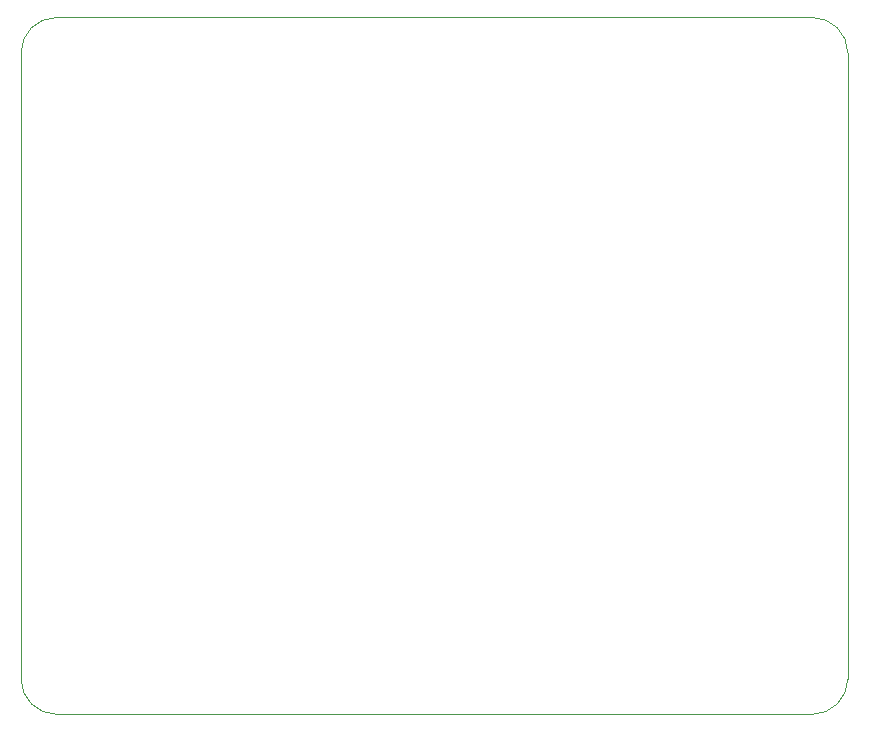
<source format=gbr>
%TF.GenerationSoftware,KiCad,Pcbnew,9.0.3*%
%TF.CreationDate,2025-07-23T10:37:13+02:00*%
%TF.ProjectId,DinoSpand_v2.0,44696e6f-5370-4616-9e64-5f76322e302e,rev?*%
%TF.SameCoordinates,Original*%
%TF.FileFunction,Profile,NP*%
%FSLAX46Y46*%
G04 Gerber Fmt 4.6, Leading zero omitted, Abs format (unit mm)*
G04 Created by KiCad (PCBNEW 9.0.3) date 2025-07-23 10:37:13*
%MOMM*%
%LPD*%
G01*
G04 APERTURE LIST*
%TA.AperFunction,Profile*%
%ADD10C,0.050000*%
%TD*%
G04 APERTURE END LIST*
D10*
X93000000Y-99000000D02*
G75*
G02*
X90000000Y-96000000I0J3000000D01*
G01*
X93000000Y-40000000D02*
X157000000Y-40000000D01*
X157000000Y-40000000D02*
G75*
G02*
X160000000Y-43000000I0J-3000000D01*
G01*
X157000000Y-99000000D02*
X93000000Y-99000000D01*
X160000000Y-96000000D02*
G75*
G02*
X157000000Y-99000000I-3000000J0D01*
G01*
X160000000Y-43000000D02*
X160000000Y-96000000D01*
X90000000Y-43000000D02*
G75*
G02*
X93000000Y-40000000I3000000J0D01*
G01*
X90000000Y-96000000D02*
X90000000Y-43000000D01*
M02*

</source>
